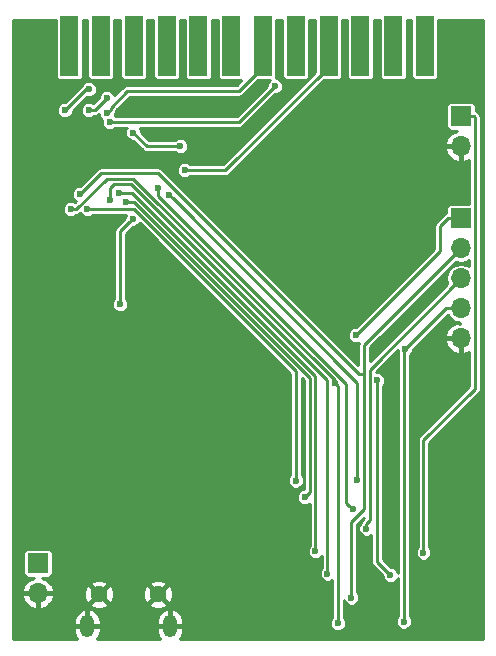
<source format=gbr>
G04 #@! TF.FileFunction,Copper,L2,Bot,Signal*
%FSLAX46Y46*%
G04 Gerber Fmt 4.6, Leading zero omitted, Abs format (unit mm)*
G04 Created by KiCad (PCBNEW 4.0.7) date Wednesday, 25 July 2018 'PMt' 18:47:02*
%MOMM*%
%LPD*%
G01*
G04 APERTURE LIST*
%ADD10C,0.100000*%
%ADD11C,0.600000*%
%ADD12R,1.524000X5.080000*%
%ADD13R,1.700000X1.700000*%
%ADD14O,1.700000X1.700000*%
%ADD15C,1.450000*%
%ADD16O,1.200000X1.900000*%
%ADD17C,0.250000*%
G04 APERTURE END LIST*
D10*
D11*
X152400000Y-92710000D03*
X156210000Y-96520000D03*
X162560000Y-96266000D03*
X163830000Y-122428000D03*
X164084000Y-116840000D03*
X162052000Y-116840000D03*
X169418000Y-116840000D03*
X169418000Y-129540000D03*
X169418000Y-127000000D03*
X169418000Y-124460000D03*
X169418000Y-121920000D03*
X169418000Y-119380000D03*
X163830000Y-94742000D03*
X166116000Y-93726000D03*
X167640000Y-92710000D03*
X165862000Y-91186000D03*
X164592000Y-92202000D03*
X164592000Y-89916000D03*
X162306000Y-100330000D03*
X140970000Y-125730000D03*
X143510000Y-125730000D03*
X142240000Y-124460000D03*
X160020000Y-130810000D03*
X164338000Y-128270000D03*
X162052000Y-123698000D03*
X160020000Y-128270000D03*
X160020000Y-125730000D03*
X148590000Y-86360000D03*
X146050000Y-86360000D03*
X167640000Y-109220000D03*
X165100000Y-109220000D03*
X165100000Y-106680000D03*
X161290000Y-106680000D03*
X160020000Y-102870000D03*
X158750000Y-101600000D03*
X158750000Y-104140000D03*
X165100000Y-96520000D03*
X160528000Y-93472000D03*
X161290000Y-91440000D03*
X160020000Y-90170000D03*
X160020000Y-87630000D03*
X158750000Y-88900000D03*
X157480000Y-90170000D03*
X154940000Y-90170000D03*
X156210000Y-88900000D03*
X157480000Y-87630000D03*
X168910000Y-81280000D03*
X167640000Y-82550000D03*
X168910000Y-83820000D03*
X167640000Y-85090000D03*
X165100000Y-85090000D03*
X162560000Y-85090000D03*
X160020000Y-85090000D03*
X158750000Y-86360000D03*
X157480000Y-85090000D03*
X156210000Y-86360000D03*
X154940000Y-87630000D03*
X153670000Y-88900000D03*
X152400000Y-90170000D03*
X151130000Y-91440000D03*
X157480000Y-100330000D03*
X156210000Y-99060000D03*
X154940000Y-97790000D03*
X153670000Y-96520000D03*
X152400000Y-95250000D03*
X151130000Y-93980000D03*
X149860000Y-92710000D03*
X149860000Y-95250000D03*
X151130000Y-96520000D03*
X152400000Y-97790000D03*
X153670000Y-99060000D03*
X154940000Y-100330000D03*
X156210000Y-101600000D03*
X157480000Y-102870000D03*
X157480000Y-105410000D03*
X156210000Y-104140000D03*
X154940000Y-102870000D03*
X153670000Y-101600000D03*
X152400000Y-100330000D03*
X151130000Y-99060000D03*
X149860000Y-97790000D03*
X148590000Y-96520000D03*
X148590000Y-93980000D03*
X147320000Y-95250000D03*
X147320000Y-92710000D03*
X146050000Y-93980000D03*
X151130000Y-107950000D03*
X149860000Y-106680000D03*
X149860000Y-109220000D03*
X147320000Y-109220000D03*
X148590000Y-107950000D03*
X147320000Y-106680000D03*
X148590000Y-105410000D03*
X147320000Y-104140000D03*
X146050000Y-107950000D03*
X146050000Y-105410000D03*
X144780000Y-104140000D03*
X143510000Y-105410000D03*
X144780000Y-106680000D03*
X143510000Y-107950000D03*
X144780000Y-109220000D03*
X146050000Y-130810000D03*
X147320000Y-125730000D03*
X148590000Y-124460000D03*
X151130000Y-113030000D03*
X149860000Y-114300000D03*
X148590000Y-113030000D03*
X148590000Y-115570000D03*
X146050000Y-115570000D03*
X147320000Y-114300000D03*
X144780000Y-114300000D03*
X146050000Y-113030000D03*
X140970000Y-123190000D03*
X143510000Y-123190000D03*
X142240000Y-121920000D03*
X139700000Y-121920000D03*
X140970000Y-120650000D03*
X142240000Y-119380000D03*
X140970000Y-118110000D03*
X142240000Y-116840000D03*
X140970000Y-115570000D03*
X135890000Y-100330000D03*
X133350000Y-100330000D03*
X132080000Y-96520000D03*
X133350000Y-95250000D03*
X132080000Y-93980000D03*
X133350000Y-92710000D03*
X132080000Y-88900000D03*
X130810000Y-90170000D03*
X133350000Y-85090000D03*
X133350000Y-87630000D03*
X132080000Y-86360000D03*
X134620000Y-121920000D03*
X132080000Y-121920000D03*
X130810000Y-120650000D03*
X132080000Y-119380000D03*
X130810000Y-118110000D03*
X132080000Y-116840000D03*
X130810000Y-115570000D03*
X132080000Y-114300000D03*
X130810000Y-113030000D03*
X132080000Y-111760000D03*
X130810000Y-110490000D03*
X132080000Y-109220000D03*
X130810000Y-107950000D03*
X132080000Y-106680000D03*
X130810000Y-105410000D03*
X132080000Y-104140000D03*
X130810000Y-102870000D03*
X130810000Y-87630000D03*
X130810000Y-85090000D03*
D12*
X134747000Y-81407000D03*
X137414000Y-81407000D03*
X140208000Y-81407000D03*
X143002000Y-81407000D03*
X145669000Y-81407000D03*
X148463000Y-81407000D03*
X151130000Y-81407000D03*
X153924000Y-81407000D03*
X156718000Y-81407000D03*
X159385000Y-81407000D03*
X162179000Y-81407000D03*
X164846000Y-81407000D03*
D13*
X167894000Y-96012000D03*
D14*
X167894000Y-98552000D03*
X167894000Y-101092000D03*
X167894000Y-103632000D03*
X167894000Y-106172000D03*
D13*
X167894000Y-87376000D03*
D14*
X167894000Y-89916000D03*
D13*
X132080000Y-125222000D03*
D14*
X132080000Y-127762000D03*
D15*
X137256900Y-127856000D03*
X142256900Y-127856000D03*
D16*
X136256900Y-130556000D03*
X143256900Y-130556000D03*
D11*
X130810000Y-82550000D03*
X140144500Y-88773000D03*
X144145000Y-89916000D03*
X136398000Y-85090000D03*
X134366006Y-86868000D03*
X136398002Y-86868000D03*
X137922000Y-85852000D03*
X138176000Y-87884000D03*
X152146000Y-84836000D03*
X137922000Y-87122000D03*
X157226000Y-109982000D03*
X159004000Y-105918000D03*
X134874000Y-95250000D03*
X157480000Y-130302000D03*
X135636000Y-93980000D03*
X158623000Y-128143000D03*
X160782004Y-109728000D03*
X161925000Y-126238000D03*
X163195000Y-107061000D03*
X163068000Y-130175000D03*
X159883010Y-122301000D03*
X143195051Y-94040949D03*
X159070053Y-118176049D03*
X153924006Y-118237000D03*
X136271000Y-95250000D03*
X140110888Y-96045253D03*
X139038581Y-103288081D03*
X144526000Y-91948000D03*
X164719000Y-124333000D03*
X156591000Y-126111000D03*
X138176000Y-94488000D03*
X138937998Y-93853000D03*
X155575000Y-124206000D03*
X158750000Y-120649996D03*
X142240000Y-93472000D03*
X154686000Y-119634000D03*
X139563010Y-94615000D03*
D17*
X144145000Y-89916000D02*
X141287500Y-89916000D01*
X141287500Y-89916000D02*
X140144500Y-88773000D01*
X136144006Y-85090000D02*
X136398000Y-85090000D01*
X134366006Y-86868000D02*
X136144006Y-85090000D01*
X136906000Y-86868000D02*
X136398002Y-86868000D01*
X137922000Y-85852000D02*
X136906000Y-86868000D01*
X152146000Y-84836000D02*
X149098000Y-87884000D01*
X149098000Y-87884000D02*
X138176000Y-87884000D01*
X138221999Y-86822001D02*
X137922000Y-87122000D01*
X138221999Y-86651737D02*
X138221999Y-86822001D01*
X139656736Y-85217000D02*
X138221999Y-86651737D01*
X151130000Y-83185000D02*
X149098000Y-85217000D01*
X149098000Y-85217000D02*
X139656736Y-85217000D01*
X151130000Y-81407000D02*
X151130000Y-83185000D01*
X157480000Y-130302000D02*
X157480000Y-110236000D01*
X157480000Y-110236000D02*
X157226000Y-109982000D01*
X140146169Y-92650990D02*
X157226000Y-109730821D01*
X157226000Y-109730821D02*
X157226000Y-109982000D01*
X135298264Y-95250000D02*
X137897274Y-92650990D01*
X137897274Y-92650990D02*
X140146169Y-92650990D01*
X134874000Y-95250000D02*
X135298264Y-95250000D01*
X166116000Y-96690000D02*
X166116000Y-98806000D01*
X166116000Y-98806000D02*
X159004000Y-105918000D01*
X167894000Y-96012000D02*
X166794000Y-96012000D01*
X166794000Y-96012000D02*
X166116000Y-96690000D01*
X159706988Y-120618017D02*
X158623000Y-121702005D01*
X158623000Y-127718736D02*
X158623000Y-128143000D01*
X158623000Y-121702005D02*
X158623000Y-127718736D01*
X159706988Y-109220000D02*
X159706988Y-120618017D01*
X159258000Y-109220000D02*
X142238980Y-92200980D01*
X142238980Y-92200980D02*
X137415020Y-92200980D01*
X137415020Y-92200980D02*
X135636000Y-93980000D01*
X159706988Y-109220000D02*
X159258000Y-109220000D01*
X159706988Y-106739012D02*
X159706988Y-109220000D01*
X159766000Y-106680000D02*
X159706988Y-106739012D01*
X167894000Y-98552000D02*
X159766000Y-106680000D01*
X160782004Y-125095004D02*
X160782004Y-109728000D01*
X161925000Y-126238000D02*
X160782004Y-125095004D01*
X163195000Y-107061000D02*
X166624000Y-103632000D01*
X166624000Y-103632000D02*
X167894000Y-103632000D01*
X163068000Y-130175000D02*
X163068000Y-107188000D01*
X163068000Y-107188000D02*
X163195000Y-107061000D01*
X159883010Y-121876736D02*
X159883010Y-122301000D01*
X160156995Y-108829005D02*
X160156995Y-121602751D01*
X167894000Y-101092000D02*
X160156995Y-108829005D01*
X160156995Y-121602751D02*
X159883010Y-121876736D01*
X159121002Y-117700836D02*
X159121002Y-109966900D01*
X159070053Y-117751785D02*
X159121002Y-117700836D01*
X159070053Y-118176049D02*
X159070053Y-117751785D01*
X159121002Y-109966900D02*
X143495050Y-94340948D01*
X143495050Y-94340948D02*
X143195051Y-94040949D01*
X153924006Y-117812736D02*
X153924006Y-118237000D01*
X140199534Y-95250000D02*
X153924006Y-108974472D01*
X153924006Y-108974472D02*
X153924006Y-117812736D01*
X136271000Y-95250000D02*
X140199534Y-95250000D01*
X139810889Y-96345252D02*
X140110888Y-96045253D01*
X139038581Y-97117560D02*
X139810889Y-96345252D01*
X139038581Y-103288081D02*
X139038581Y-97117560D01*
X156718000Y-81407000D02*
X156718000Y-83185000D01*
X156718000Y-83185000D02*
X147955000Y-91948000D01*
X147955000Y-91948000D02*
X144526000Y-91948000D01*
X164719000Y-124333000D02*
X164719000Y-114810820D01*
X164719000Y-114810820D02*
X169069001Y-110460819D01*
X169069001Y-110460819D02*
X169069001Y-87451001D01*
X169069001Y-87451001D02*
X168994000Y-87376000D01*
X168994000Y-87376000D02*
X167894000Y-87376000D01*
X156591000Y-125686736D02*
X156591000Y-126111000D01*
X139959768Y-93101001D02*
X156591000Y-109732233D01*
X156591000Y-109732233D02*
X156591000Y-125686736D01*
X138510997Y-93101001D02*
X139959768Y-93101001D01*
X138176000Y-94488000D02*
X138176000Y-93435998D01*
X138176000Y-93435998D02*
X138510997Y-93101001D01*
X140075357Y-93853000D02*
X139362262Y-93853000D01*
X155575000Y-109352643D02*
X140075357Y-93853000D01*
X155575000Y-124206000D02*
X155575000Y-109352643D01*
X139362262Y-93853000D02*
X138937998Y-93853000D01*
X158450001Y-120349997D02*
X158750000Y-120649996D01*
X158195993Y-120095989D02*
X158450001Y-120349997D01*
X158195993Y-110064403D02*
X158195993Y-120095989D01*
X142240000Y-94108410D02*
X158195993Y-110064403D01*
X142240000Y-93472000D02*
X142240000Y-94108410D01*
X154686000Y-119634000D02*
X155124990Y-119195010D01*
X139987274Y-94615000D02*
X139563010Y-94615000D01*
X155124990Y-119195010D02*
X155124990Y-109539043D01*
X140200947Y-94615000D02*
X139987274Y-94615000D01*
X155124990Y-109539043D02*
X140200947Y-94615000D01*
G36*
X133602654Y-83947000D02*
X133628802Y-84085966D01*
X133710931Y-84213599D01*
X133836246Y-84299223D01*
X133985000Y-84329346D01*
X135509000Y-84329346D01*
X135647966Y-84303198D01*
X135775599Y-84221069D01*
X135861223Y-84095754D01*
X135891346Y-83947000D01*
X135891346Y-79190000D01*
X136269654Y-79190000D01*
X136269654Y-83947000D01*
X136295802Y-84085966D01*
X136377931Y-84213599D01*
X136503246Y-84299223D01*
X136652000Y-84329346D01*
X138176000Y-84329346D01*
X138314966Y-84303198D01*
X138442599Y-84221069D01*
X138528223Y-84095754D01*
X138558346Y-83947000D01*
X138558346Y-79190000D01*
X139063654Y-79190000D01*
X139063654Y-83947000D01*
X139089802Y-84085966D01*
X139171931Y-84213599D01*
X139297246Y-84299223D01*
X139446000Y-84329346D01*
X140970000Y-84329346D01*
X141108966Y-84303198D01*
X141236599Y-84221069D01*
X141322223Y-84095754D01*
X141352346Y-83947000D01*
X141352346Y-79190000D01*
X141857654Y-79190000D01*
X141857654Y-83947000D01*
X141883802Y-84085966D01*
X141965931Y-84213599D01*
X142091246Y-84299223D01*
X142240000Y-84329346D01*
X143764000Y-84329346D01*
X143902966Y-84303198D01*
X144030599Y-84221069D01*
X144116223Y-84095754D01*
X144146346Y-83947000D01*
X144146346Y-79190000D01*
X144524654Y-79190000D01*
X144524654Y-83947000D01*
X144550802Y-84085966D01*
X144632931Y-84213599D01*
X144758246Y-84299223D01*
X144907000Y-84329346D01*
X146431000Y-84329346D01*
X146569966Y-84303198D01*
X146697599Y-84221069D01*
X146783223Y-84095754D01*
X146813346Y-83947000D01*
X146813346Y-79190000D01*
X147318654Y-79190000D01*
X147318654Y-83947000D01*
X147344802Y-84085966D01*
X147426931Y-84213599D01*
X147552246Y-84299223D01*
X147701000Y-84329346D01*
X149225000Y-84329346D01*
X149290959Y-84316935D01*
X148890894Y-84717000D01*
X139656736Y-84717000D01*
X139465394Y-84755060D01*
X139400422Y-84798474D01*
X139303183Y-84863446D01*
X138553607Y-85613022D01*
X138494571Y-85470143D01*
X138304856Y-85280097D01*
X138056855Y-85177117D01*
X137788323Y-85176883D01*
X137540143Y-85279429D01*
X137350097Y-85469144D01*
X137247117Y-85717145D01*
X137247027Y-85819867D01*
X136773749Y-86293145D01*
X136532857Y-86193117D01*
X136264325Y-86192883D01*
X136016145Y-86295429D01*
X135826099Y-86485144D01*
X135723119Y-86733145D01*
X135722885Y-87001677D01*
X135825431Y-87249857D01*
X136015146Y-87439903D01*
X136263147Y-87542883D01*
X136531679Y-87543117D01*
X136779859Y-87440571D01*
X136852557Y-87368000D01*
X136906000Y-87368000D01*
X137097342Y-87329940D01*
X137246905Y-87230004D01*
X137246883Y-87255677D01*
X137349429Y-87503857D01*
X137528488Y-87683229D01*
X137501117Y-87749145D01*
X137500883Y-88017677D01*
X137603429Y-88265857D01*
X137793144Y-88455903D01*
X138041145Y-88558883D01*
X138309677Y-88559117D01*
X138557857Y-88456571D01*
X138630555Y-88384000D01*
X139578752Y-88384000D01*
X139572597Y-88390144D01*
X139469617Y-88638145D01*
X139469383Y-88906677D01*
X139571929Y-89154857D01*
X139761644Y-89344903D01*
X140009645Y-89447883D01*
X140112367Y-89447973D01*
X140933947Y-90269553D01*
X141096158Y-90377940D01*
X141287500Y-90416000D01*
X143690366Y-90416000D01*
X143762144Y-90487903D01*
X144010145Y-90590883D01*
X144278677Y-90591117D01*
X144526857Y-90488571D01*
X144716903Y-90298856D01*
X144819883Y-90050855D01*
X144820117Y-89782323D01*
X144717571Y-89534143D01*
X144527856Y-89344097D01*
X144279855Y-89241117D01*
X144011323Y-89240883D01*
X143763143Y-89343429D01*
X143690445Y-89416000D01*
X141494606Y-89416000D01*
X140819528Y-88740922D01*
X140819617Y-88639323D01*
X140717071Y-88391143D01*
X140709940Y-88384000D01*
X149098000Y-88384000D01*
X149289342Y-88345940D01*
X149451553Y-88237553D01*
X152178078Y-85511028D01*
X152279677Y-85511117D01*
X152527857Y-85408571D01*
X152717903Y-85218856D01*
X152820883Y-84970855D01*
X152821117Y-84702323D01*
X152718571Y-84454143D01*
X152528856Y-84264097D01*
X152280855Y-84161117D01*
X152199611Y-84161046D01*
X152244223Y-84095754D01*
X152274346Y-83947000D01*
X152274346Y-79190000D01*
X152779654Y-79190000D01*
X152779654Y-83947000D01*
X152805802Y-84085966D01*
X152887931Y-84213599D01*
X153013246Y-84299223D01*
X153162000Y-84329346D01*
X154686000Y-84329346D01*
X154824966Y-84303198D01*
X154952599Y-84221069D01*
X155038223Y-84095754D01*
X155068346Y-83947000D01*
X155068346Y-79190000D01*
X155573654Y-79190000D01*
X155573654Y-83622239D01*
X147747894Y-91448000D01*
X144980634Y-91448000D01*
X144908856Y-91376097D01*
X144660855Y-91273117D01*
X144392323Y-91272883D01*
X144144143Y-91375429D01*
X143954097Y-91565144D01*
X143851117Y-91813145D01*
X143850883Y-92081677D01*
X143953429Y-92329857D01*
X144143144Y-92519903D01*
X144391145Y-92622883D01*
X144659677Y-92623117D01*
X144907857Y-92520571D01*
X144980555Y-92448000D01*
X147955000Y-92448000D01*
X148146342Y-92409940D01*
X148308553Y-92301553D01*
X150405252Y-90204854D01*
X166549683Y-90204854D01*
X166739169Y-90662328D01*
X167112683Y-91047452D01*
X167605145Y-91260323D01*
X167819000Y-91157709D01*
X167819000Y-89991000D01*
X166652513Y-89991000D01*
X166549683Y-90204854D01*
X150405252Y-90204854D01*
X156280761Y-84329346D01*
X157480000Y-84329346D01*
X157618966Y-84303198D01*
X157746599Y-84221069D01*
X157832223Y-84095754D01*
X157862346Y-83947000D01*
X157862346Y-79190000D01*
X158240654Y-79190000D01*
X158240654Y-83947000D01*
X158266802Y-84085966D01*
X158348931Y-84213599D01*
X158474246Y-84299223D01*
X158623000Y-84329346D01*
X160147000Y-84329346D01*
X160285966Y-84303198D01*
X160413599Y-84221069D01*
X160499223Y-84095754D01*
X160529346Y-83947000D01*
X160529346Y-79190000D01*
X161034654Y-79190000D01*
X161034654Y-83947000D01*
X161060802Y-84085966D01*
X161142931Y-84213599D01*
X161268246Y-84299223D01*
X161417000Y-84329346D01*
X162941000Y-84329346D01*
X163079966Y-84303198D01*
X163207599Y-84221069D01*
X163293223Y-84095754D01*
X163323346Y-83947000D01*
X163323346Y-79190000D01*
X163701654Y-79190000D01*
X163701654Y-83947000D01*
X163727802Y-84085966D01*
X163809931Y-84213599D01*
X163935246Y-84299223D01*
X164084000Y-84329346D01*
X165608000Y-84329346D01*
X165746966Y-84303198D01*
X165874599Y-84221069D01*
X165960223Y-84095754D01*
X165990346Y-83947000D01*
X165990346Y-79190000D01*
X169730000Y-79190000D01*
X169730000Y-131630000D01*
X144095137Y-131630000D01*
X144267563Y-131405810D01*
X144381900Y-130981000D01*
X144381900Y-130631000D01*
X143331900Y-130631000D01*
X143331900Y-130651000D01*
X143181900Y-130651000D01*
X143181900Y-130631000D01*
X142131900Y-130631000D01*
X142131900Y-130981000D01*
X142246237Y-131405810D01*
X142418663Y-131630000D01*
X137095137Y-131630000D01*
X137267563Y-131405810D01*
X137381900Y-130981000D01*
X137381900Y-130631000D01*
X136331900Y-130631000D01*
X136331900Y-130651000D01*
X136181900Y-130651000D01*
X136181900Y-130631000D01*
X135131900Y-130631000D01*
X135131900Y-130981000D01*
X135246237Y-131405810D01*
X135418663Y-131630000D01*
X129990000Y-131630000D01*
X129990000Y-130131000D01*
X135131900Y-130131000D01*
X135131900Y-130481000D01*
X136181900Y-130481000D01*
X136181900Y-129215084D01*
X136331900Y-129215084D01*
X136331900Y-130481000D01*
X137381900Y-130481000D01*
X137381900Y-130131000D01*
X142131900Y-130131000D01*
X142131900Y-130481000D01*
X143181900Y-130481000D01*
X143181900Y-129215084D01*
X143331900Y-129215084D01*
X143331900Y-130481000D01*
X144381900Y-130481000D01*
X144381900Y-130131000D01*
X144267563Y-129706190D01*
X143999362Y-129357472D01*
X143618128Y-129137934D01*
X143506574Y-129109055D01*
X143331900Y-129215084D01*
X143181900Y-129215084D01*
X143007226Y-129109055D01*
X142895672Y-129137934D01*
X142514438Y-129357472D01*
X142246237Y-129706190D01*
X142131900Y-130131000D01*
X137381900Y-130131000D01*
X137267563Y-129706190D01*
X136999362Y-129357472D01*
X136618128Y-129137934D01*
X136506574Y-129109055D01*
X136331900Y-129215084D01*
X136181900Y-129215084D01*
X136007226Y-129109055D01*
X135895672Y-129137934D01*
X135514438Y-129357472D01*
X135246237Y-129706190D01*
X135131900Y-130131000D01*
X129990000Y-130131000D01*
X129990000Y-128050854D01*
X130735683Y-128050854D01*
X130925169Y-128508328D01*
X131298683Y-128893452D01*
X131791145Y-129106323D01*
X132005000Y-129003709D01*
X132005000Y-127837000D01*
X132155000Y-127837000D01*
X132155000Y-129003709D01*
X132368855Y-129106323D01*
X132861317Y-128893452D01*
X133033726Y-128715683D01*
X136503283Y-128715683D01*
X136569748Y-128929380D01*
X137032820Y-129110636D01*
X137530006Y-129100884D01*
X137944052Y-128929380D01*
X138010517Y-128715683D01*
X141503283Y-128715683D01*
X141569748Y-128929380D01*
X142032820Y-129110636D01*
X142530006Y-129100884D01*
X142944052Y-128929380D01*
X143010517Y-128715683D01*
X142256900Y-127962066D01*
X141503283Y-128715683D01*
X138010517Y-128715683D01*
X137256900Y-127962066D01*
X136503283Y-128715683D01*
X133033726Y-128715683D01*
X133234831Y-128508328D01*
X133424317Y-128050854D01*
X133321487Y-127837000D01*
X132155000Y-127837000D01*
X132005000Y-127837000D01*
X130838513Y-127837000D01*
X130735683Y-128050854D01*
X129990000Y-128050854D01*
X129990000Y-127473146D01*
X130735683Y-127473146D01*
X130838513Y-127687000D01*
X132005000Y-127687000D01*
X132005000Y-127667000D01*
X132155000Y-127667000D01*
X132155000Y-127687000D01*
X133321487Y-127687000D01*
X133347971Y-127631920D01*
X136002264Y-127631920D01*
X136012016Y-128129106D01*
X136183520Y-128543152D01*
X136397217Y-128609617D01*
X137150834Y-127856000D01*
X137362966Y-127856000D01*
X138116583Y-128609617D01*
X138330280Y-128543152D01*
X138511536Y-128080080D01*
X138502746Y-127631920D01*
X141002264Y-127631920D01*
X141012016Y-128129106D01*
X141183520Y-128543152D01*
X141397217Y-128609617D01*
X142150834Y-127856000D01*
X142362966Y-127856000D01*
X143116583Y-128609617D01*
X143330280Y-128543152D01*
X143511536Y-128080080D01*
X143501784Y-127582894D01*
X143330280Y-127168848D01*
X143116583Y-127102383D01*
X142362966Y-127856000D01*
X142150834Y-127856000D01*
X141397217Y-127102383D01*
X141183520Y-127168848D01*
X141002264Y-127631920D01*
X138502746Y-127631920D01*
X138501784Y-127582894D01*
X138330280Y-127168848D01*
X138116583Y-127102383D01*
X137362966Y-127856000D01*
X137150834Y-127856000D01*
X136397217Y-127102383D01*
X136183520Y-127168848D01*
X136002264Y-127631920D01*
X133347971Y-127631920D01*
X133424317Y-127473146D01*
X133234831Y-127015672D01*
X133216060Y-126996317D01*
X136503283Y-126996317D01*
X137256900Y-127749934D01*
X138010517Y-126996317D01*
X141503283Y-126996317D01*
X142256900Y-127749934D01*
X143010517Y-126996317D01*
X142944052Y-126782620D01*
X142480980Y-126601364D01*
X141983794Y-126611116D01*
X141569748Y-126782620D01*
X141503283Y-126996317D01*
X138010517Y-126996317D01*
X137944052Y-126782620D01*
X137480980Y-126601364D01*
X136983794Y-126611116D01*
X136569748Y-126782620D01*
X136503283Y-126996317D01*
X133216060Y-126996317D01*
X132861317Y-126630548D01*
X132453686Y-126454346D01*
X132930000Y-126454346D01*
X133068966Y-126428198D01*
X133196599Y-126346069D01*
X133282223Y-126220754D01*
X133312346Y-126072000D01*
X133312346Y-124372000D01*
X133286198Y-124233034D01*
X133204069Y-124105401D01*
X133078754Y-124019777D01*
X132930000Y-123989654D01*
X131230000Y-123989654D01*
X131091034Y-124015802D01*
X130963401Y-124097931D01*
X130877777Y-124223246D01*
X130847654Y-124372000D01*
X130847654Y-126072000D01*
X130873802Y-126210966D01*
X130955931Y-126338599D01*
X131081246Y-126424223D01*
X131230000Y-126454346D01*
X131706314Y-126454346D01*
X131298683Y-126630548D01*
X130925169Y-127015672D01*
X130735683Y-127473146D01*
X129990000Y-127473146D01*
X129990000Y-95383677D01*
X134198883Y-95383677D01*
X134301429Y-95631857D01*
X134491144Y-95821903D01*
X134739145Y-95924883D01*
X135007677Y-95925117D01*
X135255857Y-95822571D01*
X135336092Y-95742476D01*
X135489606Y-95711940D01*
X135651817Y-95603553D01*
X135676525Y-95578845D01*
X135698429Y-95631857D01*
X135888144Y-95821903D01*
X136136145Y-95924883D01*
X136404677Y-95925117D01*
X136652857Y-95822571D01*
X136725555Y-95750000D01*
X139502609Y-95750000D01*
X139436005Y-95910398D01*
X139435915Y-96013119D01*
X138685028Y-96764007D01*
X138576641Y-96926218D01*
X138538581Y-97117560D01*
X138538581Y-102833447D01*
X138466678Y-102905225D01*
X138363698Y-103153226D01*
X138363464Y-103421758D01*
X138466010Y-103669938D01*
X138655725Y-103859984D01*
X138903726Y-103962964D01*
X139172258Y-103963198D01*
X139420438Y-103860652D01*
X139610484Y-103670937D01*
X139713464Y-103422936D01*
X139713698Y-103154404D01*
X139611152Y-102906224D01*
X139538581Y-102833526D01*
X139538581Y-97324666D01*
X140142967Y-96720281D01*
X140244565Y-96720370D01*
X140492745Y-96617824D01*
X140676659Y-96434231D01*
X153424006Y-109181579D01*
X153424006Y-117782366D01*
X153352103Y-117854144D01*
X153249123Y-118102145D01*
X153248889Y-118370677D01*
X153351435Y-118618857D01*
X153541150Y-118808903D01*
X153789151Y-118911883D01*
X154057683Y-118912117D01*
X154305863Y-118809571D01*
X154495909Y-118619856D01*
X154598889Y-118371855D01*
X154599123Y-118103323D01*
X154496577Y-117855143D01*
X154424006Y-117782445D01*
X154424006Y-109545165D01*
X154624990Y-109746149D01*
X154624990Y-118958946D01*
X154552323Y-118958883D01*
X154304143Y-119061429D01*
X154114097Y-119251144D01*
X154011117Y-119499145D01*
X154010883Y-119767677D01*
X154113429Y-120015857D01*
X154303144Y-120205903D01*
X154551145Y-120308883D01*
X154819677Y-120309117D01*
X155067857Y-120206571D01*
X155075000Y-120199440D01*
X155075000Y-123751366D01*
X155003097Y-123823144D01*
X154900117Y-124071145D01*
X154899883Y-124339677D01*
X155002429Y-124587857D01*
X155192144Y-124777903D01*
X155440145Y-124880883D01*
X155708677Y-124881117D01*
X155956857Y-124778571D01*
X156091000Y-124644662D01*
X156091000Y-125656366D01*
X156019097Y-125728144D01*
X155916117Y-125976145D01*
X155915883Y-126244677D01*
X156018429Y-126492857D01*
X156208144Y-126682903D01*
X156456145Y-126785883D01*
X156724677Y-126786117D01*
X156972857Y-126683571D01*
X156980000Y-126676440D01*
X156980000Y-129847366D01*
X156908097Y-129919144D01*
X156805117Y-130167145D01*
X156804883Y-130435677D01*
X156907429Y-130683857D01*
X157097144Y-130873903D01*
X157345145Y-130976883D01*
X157613677Y-130977117D01*
X157861857Y-130874571D01*
X158051903Y-130684856D01*
X158154883Y-130436855D01*
X158155117Y-130168323D01*
X158052571Y-129920143D01*
X157980000Y-129847445D01*
X157980000Y-128354406D01*
X158050429Y-128524857D01*
X158240144Y-128714903D01*
X158488145Y-128817883D01*
X158756677Y-128818117D01*
X159004857Y-128715571D01*
X159194903Y-128525856D01*
X159297883Y-128277855D01*
X159298117Y-128009323D01*
X159195571Y-127761143D01*
X159123000Y-127688445D01*
X159123000Y-121909111D01*
X159656995Y-121375117D01*
X159656995Y-121395645D01*
X159529457Y-121523183D01*
X159421070Y-121685394D01*
X159390548Y-121838842D01*
X159311107Y-121918144D01*
X159208127Y-122166145D01*
X159207893Y-122434677D01*
X159310439Y-122682857D01*
X159500154Y-122872903D01*
X159748155Y-122975883D01*
X160016687Y-122976117D01*
X160264867Y-122873571D01*
X160282004Y-122856464D01*
X160282004Y-125095004D01*
X160307821Y-125224796D01*
X160320064Y-125286346D01*
X160428451Y-125448557D01*
X161249972Y-126270078D01*
X161249883Y-126371677D01*
X161352429Y-126619857D01*
X161542144Y-126809903D01*
X161790145Y-126912883D01*
X162058677Y-126913117D01*
X162306857Y-126810571D01*
X162496903Y-126620856D01*
X162568000Y-126449637D01*
X162568000Y-129720366D01*
X162496097Y-129792144D01*
X162393117Y-130040145D01*
X162392883Y-130308677D01*
X162495429Y-130556857D01*
X162685144Y-130746903D01*
X162933145Y-130849883D01*
X163201677Y-130850117D01*
X163449857Y-130747571D01*
X163639903Y-130557856D01*
X163742883Y-130309855D01*
X163743117Y-130041323D01*
X163640571Y-129793143D01*
X163568000Y-129720445D01*
X163568000Y-107637231D01*
X163576857Y-107633571D01*
X163766903Y-107443856D01*
X163869883Y-107195855D01*
X163869973Y-107093134D01*
X164502253Y-106460854D01*
X166549683Y-106460854D01*
X166739169Y-106918328D01*
X167112683Y-107303452D01*
X167605145Y-107516323D01*
X167819000Y-107413709D01*
X167819000Y-106247000D01*
X166652513Y-106247000D01*
X166549683Y-106460854D01*
X164502253Y-106460854D01*
X166787945Y-104175162D01*
X167003795Y-104498206D01*
X167401214Y-104763752D01*
X167818998Y-104846855D01*
X167818998Y-104930290D01*
X167605145Y-104827677D01*
X167112683Y-105040548D01*
X166739169Y-105425672D01*
X166549683Y-105883146D01*
X166652513Y-106097000D01*
X167819000Y-106097000D01*
X167819000Y-106077000D01*
X167969000Y-106077000D01*
X167969000Y-106097000D01*
X167989000Y-106097000D01*
X167989000Y-106247000D01*
X167969000Y-106247000D01*
X167969000Y-107413709D01*
X168182855Y-107516323D01*
X168569001Y-107349408D01*
X168569001Y-110253712D01*
X164365447Y-114457267D01*
X164257060Y-114619478D01*
X164219000Y-114810820D01*
X164219000Y-123878366D01*
X164147097Y-123950144D01*
X164044117Y-124198145D01*
X164043883Y-124466677D01*
X164146429Y-124714857D01*
X164336144Y-124904903D01*
X164584145Y-125007883D01*
X164852677Y-125008117D01*
X165100857Y-124905571D01*
X165290903Y-124715856D01*
X165393883Y-124467855D01*
X165394117Y-124199323D01*
X165291571Y-123951143D01*
X165219000Y-123878445D01*
X165219000Y-115017926D01*
X169422554Y-110814373D01*
X169530941Y-110652161D01*
X169548397Y-110564403D01*
X169569001Y-110460819D01*
X169569001Y-87451001D01*
X169530941Y-87259659D01*
X169497013Y-87208883D01*
X169422554Y-87097447D01*
X169347553Y-87022447D01*
X169185342Y-86914060D01*
X169126346Y-86902325D01*
X169126346Y-86526000D01*
X169100198Y-86387034D01*
X169018069Y-86259401D01*
X168892754Y-86173777D01*
X168744000Y-86143654D01*
X167044000Y-86143654D01*
X166905034Y-86169802D01*
X166777401Y-86251931D01*
X166691777Y-86377246D01*
X166661654Y-86526000D01*
X166661654Y-88226000D01*
X166687802Y-88364966D01*
X166769931Y-88492599D01*
X166895246Y-88578223D01*
X167044000Y-88608346D01*
X167520314Y-88608346D01*
X167112683Y-88784548D01*
X166739169Y-89169672D01*
X166549683Y-89627146D01*
X166652513Y-89841000D01*
X167819000Y-89841000D01*
X167819000Y-89821000D01*
X167969000Y-89821000D01*
X167969000Y-89841000D01*
X167989000Y-89841000D01*
X167989000Y-89991000D01*
X167969000Y-89991000D01*
X167969000Y-91157709D01*
X168182855Y-91260323D01*
X168569001Y-91093408D01*
X168569001Y-94779654D01*
X167044000Y-94779654D01*
X166905034Y-94805802D01*
X166777401Y-94887931D01*
X166691777Y-95013246D01*
X166661654Y-95162000D01*
X166661654Y-95538325D01*
X166602658Y-95550060D01*
X166440447Y-95658446D01*
X165762447Y-96336447D01*
X165654060Y-96498658D01*
X165616000Y-96690000D01*
X165616000Y-98598894D01*
X158971922Y-105242972D01*
X158870323Y-105242883D01*
X158622143Y-105345429D01*
X158432097Y-105535144D01*
X158329117Y-105783145D01*
X158328883Y-106051677D01*
X158431429Y-106299857D01*
X158621144Y-106489903D01*
X158869145Y-106592883D01*
X159137677Y-106593117D01*
X159244813Y-106548849D01*
X159206988Y-106739012D01*
X159206988Y-108461882D01*
X142592533Y-91847427D01*
X142430322Y-91739040D01*
X142238980Y-91700980D01*
X137415020Y-91700980D01*
X137223678Y-91739040D01*
X137061466Y-91847427D01*
X135603922Y-93304972D01*
X135502323Y-93304883D01*
X135254143Y-93407429D01*
X135064097Y-93597144D01*
X134961117Y-93845145D01*
X134960883Y-94113677D01*
X135063429Y-94361857D01*
X135253144Y-94551903D01*
X135278660Y-94562498D01*
X135190581Y-94650577D01*
X135008855Y-94575117D01*
X134740323Y-94574883D01*
X134492143Y-94677429D01*
X134302097Y-94867144D01*
X134199117Y-95115145D01*
X134198883Y-95383677D01*
X129990000Y-95383677D01*
X129990000Y-87001677D01*
X133690889Y-87001677D01*
X133793435Y-87249857D01*
X133983150Y-87439903D01*
X134231151Y-87542883D01*
X134499683Y-87543117D01*
X134747863Y-87440571D01*
X134937909Y-87250856D01*
X135040889Y-87002855D01*
X135040979Y-86900134D01*
X136201731Y-85739382D01*
X136263145Y-85764883D01*
X136531677Y-85765117D01*
X136779857Y-85662571D01*
X136969903Y-85472856D01*
X137072883Y-85224855D01*
X137073117Y-84956323D01*
X136970571Y-84708143D01*
X136780856Y-84518097D01*
X136532855Y-84415117D01*
X136264323Y-84414883D01*
X136016143Y-84517429D01*
X135826097Y-84707144D01*
X135822944Y-84714736D01*
X135790453Y-84736446D01*
X134333928Y-86192972D01*
X134232329Y-86192883D01*
X133984149Y-86295429D01*
X133794103Y-86485144D01*
X133691123Y-86733145D01*
X133690889Y-87001677D01*
X129990000Y-87001677D01*
X129990000Y-79190000D01*
X133602654Y-79190000D01*
X133602654Y-83947000D01*
X133602654Y-83947000D01*
G37*
X133602654Y-83947000D02*
X133628802Y-84085966D01*
X133710931Y-84213599D01*
X133836246Y-84299223D01*
X133985000Y-84329346D01*
X135509000Y-84329346D01*
X135647966Y-84303198D01*
X135775599Y-84221069D01*
X135861223Y-84095754D01*
X135891346Y-83947000D01*
X135891346Y-79190000D01*
X136269654Y-79190000D01*
X136269654Y-83947000D01*
X136295802Y-84085966D01*
X136377931Y-84213599D01*
X136503246Y-84299223D01*
X136652000Y-84329346D01*
X138176000Y-84329346D01*
X138314966Y-84303198D01*
X138442599Y-84221069D01*
X138528223Y-84095754D01*
X138558346Y-83947000D01*
X138558346Y-79190000D01*
X139063654Y-79190000D01*
X139063654Y-83947000D01*
X139089802Y-84085966D01*
X139171931Y-84213599D01*
X139297246Y-84299223D01*
X139446000Y-84329346D01*
X140970000Y-84329346D01*
X141108966Y-84303198D01*
X141236599Y-84221069D01*
X141322223Y-84095754D01*
X141352346Y-83947000D01*
X141352346Y-79190000D01*
X141857654Y-79190000D01*
X141857654Y-83947000D01*
X141883802Y-84085966D01*
X141965931Y-84213599D01*
X142091246Y-84299223D01*
X142240000Y-84329346D01*
X143764000Y-84329346D01*
X143902966Y-84303198D01*
X144030599Y-84221069D01*
X144116223Y-84095754D01*
X144146346Y-83947000D01*
X144146346Y-79190000D01*
X144524654Y-79190000D01*
X144524654Y-83947000D01*
X144550802Y-84085966D01*
X144632931Y-84213599D01*
X144758246Y-84299223D01*
X144907000Y-84329346D01*
X146431000Y-84329346D01*
X146569966Y-84303198D01*
X146697599Y-84221069D01*
X146783223Y-84095754D01*
X146813346Y-83947000D01*
X146813346Y-79190000D01*
X147318654Y-79190000D01*
X147318654Y-83947000D01*
X147344802Y-84085966D01*
X147426931Y-84213599D01*
X147552246Y-84299223D01*
X147701000Y-84329346D01*
X149225000Y-84329346D01*
X149290959Y-84316935D01*
X148890894Y-84717000D01*
X139656736Y-84717000D01*
X139465394Y-84755060D01*
X139400422Y-84798474D01*
X139303183Y-84863446D01*
X138553607Y-85613022D01*
X138494571Y-85470143D01*
X138304856Y-85280097D01*
X138056855Y-85177117D01*
X137788323Y-85176883D01*
X137540143Y-85279429D01*
X137350097Y-85469144D01*
X137247117Y-85717145D01*
X137247027Y-85819867D01*
X136773749Y-86293145D01*
X136532857Y-86193117D01*
X136264325Y-86192883D01*
X136016145Y-86295429D01*
X135826099Y-86485144D01*
X135723119Y-86733145D01*
X135722885Y-87001677D01*
X135825431Y-87249857D01*
X136015146Y-87439903D01*
X136263147Y-87542883D01*
X136531679Y-87543117D01*
X136779859Y-87440571D01*
X136852557Y-87368000D01*
X136906000Y-87368000D01*
X137097342Y-87329940D01*
X137246905Y-87230004D01*
X137246883Y-87255677D01*
X137349429Y-87503857D01*
X137528488Y-87683229D01*
X137501117Y-87749145D01*
X137500883Y-88017677D01*
X137603429Y-88265857D01*
X137793144Y-88455903D01*
X138041145Y-88558883D01*
X138309677Y-88559117D01*
X138557857Y-88456571D01*
X138630555Y-88384000D01*
X139578752Y-88384000D01*
X139572597Y-88390144D01*
X139469617Y-88638145D01*
X139469383Y-88906677D01*
X139571929Y-89154857D01*
X139761644Y-89344903D01*
X140009645Y-89447883D01*
X140112367Y-89447973D01*
X140933947Y-90269553D01*
X141096158Y-90377940D01*
X141287500Y-90416000D01*
X143690366Y-90416000D01*
X143762144Y-90487903D01*
X144010145Y-90590883D01*
X144278677Y-90591117D01*
X144526857Y-90488571D01*
X144716903Y-90298856D01*
X144819883Y-90050855D01*
X144820117Y-89782323D01*
X144717571Y-89534143D01*
X144527856Y-89344097D01*
X144279855Y-89241117D01*
X144011323Y-89240883D01*
X143763143Y-89343429D01*
X143690445Y-89416000D01*
X141494606Y-89416000D01*
X140819528Y-88740922D01*
X140819617Y-88639323D01*
X140717071Y-88391143D01*
X140709940Y-88384000D01*
X149098000Y-88384000D01*
X149289342Y-88345940D01*
X149451553Y-88237553D01*
X152178078Y-85511028D01*
X152279677Y-85511117D01*
X152527857Y-85408571D01*
X152717903Y-85218856D01*
X152820883Y-84970855D01*
X152821117Y-84702323D01*
X152718571Y-84454143D01*
X152528856Y-84264097D01*
X152280855Y-84161117D01*
X152199611Y-84161046D01*
X152244223Y-84095754D01*
X152274346Y-83947000D01*
X152274346Y-79190000D01*
X152779654Y-79190000D01*
X152779654Y-83947000D01*
X152805802Y-84085966D01*
X152887931Y-84213599D01*
X153013246Y-84299223D01*
X153162000Y-84329346D01*
X154686000Y-84329346D01*
X154824966Y-84303198D01*
X154952599Y-84221069D01*
X155038223Y-84095754D01*
X155068346Y-83947000D01*
X155068346Y-79190000D01*
X155573654Y-79190000D01*
X155573654Y-83622239D01*
X147747894Y-91448000D01*
X144980634Y-91448000D01*
X144908856Y-91376097D01*
X144660855Y-91273117D01*
X144392323Y-91272883D01*
X144144143Y-91375429D01*
X143954097Y-91565144D01*
X143851117Y-91813145D01*
X143850883Y-92081677D01*
X143953429Y-92329857D01*
X144143144Y-92519903D01*
X144391145Y-92622883D01*
X144659677Y-92623117D01*
X144907857Y-92520571D01*
X144980555Y-92448000D01*
X147955000Y-92448000D01*
X148146342Y-92409940D01*
X148308553Y-92301553D01*
X150405252Y-90204854D01*
X166549683Y-90204854D01*
X166739169Y-90662328D01*
X167112683Y-91047452D01*
X167605145Y-91260323D01*
X167819000Y-91157709D01*
X167819000Y-89991000D01*
X166652513Y-89991000D01*
X166549683Y-90204854D01*
X150405252Y-90204854D01*
X156280761Y-84329346D01*
X157480000Y-84329346D01*
X157618966Y-84303198D01*
X157746599Y-84221069D01*
X157832223Y-84095754D01*
X157862346Y-83947000D01*
X157862346Y-79190000D01*
X158240654Y-79190000D01*
X158240654Y-83947000D01*
X158266802Y-84085966D01*
X158348931Y-84213599D01*
X158474246Y-84299223D01*
X158623000Y-84329346D01*
X160147000Y-84329346D01*
X160285966Y-84303198D01*
X160413599Y-84221069D01*
X160499223Y-84095754D01*
X160529346Y-83947000D01*
X160529346Y-79190000D01*
X161034654Y-79190000D01*
X161034654Y-83947000D01*
X161060802Y-84085966D01*
X161142931Y-84213599D01*
X161268246Y-84299223D01*
X161417000Y-84329346D01*
X162941000Y-84329346D01*
X163079966Y-84303198D01*
X163207599Y-84221069D01*
X163293223Y-84095754D01*
X163323346Y-83947000D01*
X163323346Y-79190000D01*
X163701654Y-79190000D01*
X163701654Y-83947000D01*
X163727802Y-84085966D01*
X163809931Y-84213599D01*
X163935246Y-84299223D01*
X164084000Y-84329346D01*
X165608000Y-84329346D01*
X165746966Y-84303198D01*
X165874599Y-84221069D01*
X165960223Y-84095754D01*
X165990346Y-83947000D01*
X165990346Y-79190000D01*
X169730000Y-79190000D01*
X169730000Y-131630000D01*
X144095137Y-131630000D01*
X144267563Y-131405810D01*
X144381900Y-130981000D01*
X144381900Y-130631000D01*
X143331900Y-130631000D01*
X143331900Y-130651000D01*
X143181900Y-130651000D01*
X143181900Y-130631000D01*
X142131900Y-130631000D01*
X142131900Y-130981000D01*
X142246237Y-131405810D01*
X142418663Y-131630000D01*
X137095137Y-131630000D01*
X137267563Y-131405810D01*
X137381900Y-130981000D01*
X137381900Y-130631000D01*
X136331900Y-130631000D01*
X136331900Y-130651000D01*
X136181900Y-130651000D01*
X136181900Y-130631000D01*
X135131900Y-130631000D01*
X135131900Y-130981000D01*
X135246237Y-131405810D01*
X135418663Y-131630000D01*
X129990000Y-131630000D01*
X129990000Y-130131000D01*
X135131900Y-130131000D01*
X135131900Y-130481000D01*
X136181900Y-130481000D01*
X136181900Y-129215084D01*
X136331900Y-129215084D01*
X136331900Y-130481000D01*
X137381900Y-130481000D01*
X137381900Y-130131000D01*
X142131900Y-130131000D01*
X142131900Y-130481000D01*
X143181900Y-130481000D01*
X143181900Y-129215084D01*
X143331900Y-129215084D01*
X143331900Y-130481000D01*
X144381900Y-130481000D01*
X144381900Y-130131000D01*
X144267563Y-129706190D01*
X143999362Y-129357472D01*
X143618128Y-129137934D01*
X143506574Y-129109055D01*
X143331900Y-129215084D01*
X143181900Y-129215084D01*
X143007226Y-129109055D01*
X142895672Y-129137934D01*
X142514438Y-129357472D01*
X142246237Y-129706190D01*
X142131900Y-130131000D01*
X137381900Y-130131000D01*
X137267563Y-129706190D01*
X136999362Y-129357472D01*
X136618128Y-129137934D01*
X136506574Y-129109055D01*
X136331900Y-129215084D01*
X136181900Y-129215084D01*
X136007226Y-129109055D01*
X135895672Y-129137934D01*
X135514438Y-129357472D01*
X135246237Y-129706190D01*
X135131900Y-130131000D01*
X129990000Y-130131000D01*
X129990000Y-128050854D01*
X130735683Y-128050854D01*
X130925169Y-128508328D01*
X131298683Y-128893452D01*
X131791145Y-129106323D01*
X132005000Y-129003709D01*
X132005000Y-127837000D01*
X132155000Y-127837000D01*
X132155000Y-129003709D01*
X132368855Y-129106323D01*
X132861317Y-128893452D01*
X133033726Y-128715683D01*
X136503283Y-128715683D01*
X136569748Y-128929380D01*
X137032820Y-129110636D01*
X137530006Y-129100884D01*
X137944052Y-128929380D01*
X138010517Y-128715683D01*
X141503283Y-128715683D01*
X141569748Y-128929380D01*
X142032820Y-129110636D01*
X142530006Y-129100884D01*
X142944052Y-128929380D01*
X143010517Y-128715683D01*
X142256900Y-127962066D01*
X141503283Y-128715683D01*
X138010517Y-128715683D01*
X137256900Y-127962066D01*
X136503283Y-128715683D01*
X133033726Y-128715683D01*
X133234831Y-128508328D01*
X133424317Y-128050854D01*
X133321487Y-127837000D01*
X132155000Y-127837000D01*
X132005000Y-127837000D01*
X130838513Y-127837000D01*
X130735683Y-128050854D01*
X129990000Y-128050854D01*
X129990000Y-127473146D01*
X130735683Y-127473146D01*
X130838513Y-127687000D01*
X132005000Y-127687000D01*
X132005000Y-127667000D01*
X132155000Y-127667000D01*
X132155000Y-127687000D01*
X133321487Y-127687000D01*
X133347971Y-127631920D01*
X136002264Y-127631920D01*
X136012016Y-128129106D01*
X136183520Y-128543152D01*
X136397217Y-128609617D01*
X137150834Y-127856000D01*
X137362966Y-127856000D01*
X138116583Y-128609617D01*
X138330280Y-128543152D01*
X138511536Y-128080080D01*
X138502746Y-127631920D01*
X141002264Y-127631920D01*
X141012016Y-128129106D01*
X141183520Y-128543152D01*
X141397217Y-128609617D01*
X142150834Y-127856000D01*
X142362966Y-127856000D01*
X143116583Y-128609617D01*
X143330280Y-128543152D01*
X143511536Y-128080080D01*
X143501784Y-127582894D01*
X143330280Y-127168848D01*
X143116583Y-127102383D01*
X142362966Y-127856000D01*
X142150834Y-127856000D01*
X141397217Y-127102383D01*
X141183520Y-127168848D01*
X141002264Y-127631920D01*
X138502746Y-127631920D01*
X138501784Y-127582894D01*
X138330280Y-127168848D01*
X138116583Y-127102383D01*
X137362966Y-127856000D01*
X137150834Y-127856000D01*
X136397217Y-127102383D01*
X136183520Y-127168848D01*
X136002264Y-127631920D01*
X133347971Y-127631920D01*
X133424317Y-127473146D01*
X133234831Y-127015672D01*
X133216060Y-126996317D01*
X136503283Y-126996317D01*
X137256900Y-127749934D01*
X138010517Y-126996317D01*
X141503283Y-126996317D01*
X142256900Y-127749934D01*
X143010517Y-126996317D01*
X142944052Y-126782620D01*
X142480980Y-126601364D01*
X141983794Y-126611116D01*
X141569748Y-126782620D01*
X141503283Y-126996317D01*
X138010517Y-126996317D01*
X137944052Y-126782620D01*
X137480980Y-126601364D01*
X136983794Y-126611116D01*
X136569748Y-126782620D01*
X136503283Y-126996317D01*
X133216060Y-126996317D01*
X132861317Y-126630548D01*
X132453686Y-126454346D01*
X132930000Y-126454346D01*
X133068966Y-126428198D01*
X133196599Y-126346069D01*
X133282223Y-126220754D01*
X133312346Y-126072000D01*
X133312346Y-124372000D01*
X133286198Y-124233034D01*
X133204069Y-124105401D01*
X133078754Y-124019777D01*
X132930000Y-123989654D01*
X131230000Y-123989654D01*
X131091034Y-124015802D01*
X130963401Y-124097931D01*
X130877777Y-124223246D01*
X130847654Y-124372000D01*
X130847654Y-126072000D01*
X130873802Y-126210966D01*
X130955931Y-126338599D01*
X131081246Y-126424223D01*
X131230000Y-126454346D01*
X131706314Y-126454346D01*
X131298683Y-126630548D01*
X130925169Y-127015672D01*
X130735683Y-127473146D01*
X129990000Y-127473146D01*
X129990000Y-95383677D01*
X134198883Y-95383677D01*
X134301429Y-95631857D01*
X134491144Y-95821903D01*
X134739145Y-95924883D01*
X135007677Y-95925117D01*
X135255857Y-95822571D01*
X135336092Y-95742476D01*
X135489606Y-95711940D01*
X135651817Y-95603553D01*
X135676525Y-95578845D01*
X135698429Y-95631857D01*
X135888144Y-95821903D01*
X136136145Y-95924883D01*
X136404677Y-95925117D01*
X136652857Y-95822571D01*
X136725555Y-95750000D01*
X139502609Y-95750000D01*
X139436005Y-95910398D01*
X139435915Y-96013119D01*
X138685028Y-96764007D01*
X138576641Y-96926218D01*
X138538581Y-97117560D01*
X138538581Y-102833447D01*
X138466678Y-102905225D01*
X138363698Y-103153226D01*
X138363464Y-103421758D01*
X138466010Y-103669938D01*
X138655725Y-103859984D01*
X138903726Y-103962964D01*
X139172258Y-103963198D01*
X139420438Y-103860652D01*
X139610484Y-103670937D01*
X139713464Y-103422936D01*
X139713698Y-103154404D01*
X139611152Y-102906224D01*
X139538581Y-102833526D01*
X139538581Y-97324666D01*
X140142967Y-96720281D01*
X140244565Y-96720370D01*
X140492745Y-96617824D01*
X140676659Y-96434231D01*
X153424006Y-109181579D01*
X153424006Y-117782366D01*
X153352103Y-117854144D01*
X153249123Y-118102145D01*
X153248889Y-118370677D01*
X153351435Y-118618857D01*
X153541150Y-118808903D01*
X153789151Y-118911883D01*
X154057683Y-118912117D01*
X154305863Y-118809571D01*
X154495909Y-118619856D01*
X154598889Y-118371855D01*
X154599123Y-118103323D01*
X154496577Y-117855143D01*
X154424006Y-117782445D01*
X154424006Y-109545165D01*
X154624990Y-109746149D01*
X154624990Y-118958946D01*
X154552323Y-118958883D01*
X154304143Y-119061429D01*
X154114097Y-119251144D01*
X154011117Y-119499145D01*
X154010883Y-119767677D01*
X154113429Y-120015857D01*
X154303144Y-120205903D01*
X154551145Y-120308883D01*
X154819677Y-120309117D01*
X155067857Y-120206571D01*
X155075000Y-120199440D01*
X155075000Y-123751366D01*
X155003097Y-123823144D01*
X154900117Y-124071145D01*
X154899883Y-124339677D01*
X155002429Y-124587857D01*
X155192144Y-124777903D01*
X155440145Y-124880883D01*
X155708677Y-124881117D01*
X155956857Y-124778571D01*
X156091000Y-124644662D01*
X156091000Y-125656366D01*
X156019097Y-125728144D01*
X155916117Y-125976145D01*
X155915883Y-126244677D01*
X156018429Y-126492857D01*
X156208144Y-126682903D01*
X156456145Y-126785883D01*
X156724677Y-126786117D01*
X156972857Y-126683571D01*
X156980000Y-126676440D01*
X156980000Y-129847366D01*
X156908097Y-129919144D01*
X156805117Y-130167145D01*
X156804883Y-130435677D01*
X156907429Y-130683857D01*
X157097144Y-130873903D01*
X157345145Y-130976883D01*
X157613677Y-130977117D01*
X157861857Y-130874571D01*
X158051903Y-130684856D01*
X158154883Y-130436855D01*
X158155117Y-130168323D01*
X158052571Y-129920143D01*
X157980000Y-129847445D01*
X157980000Y-128354406D01*
X158050429Y-128524857D01*
X158240144Y-128714903D01*
X158488145Y-128817883D01*
X158756677Y-128818117D01*
X159004857Y-128715571D01*
X159194903Y-128525856D01*
X159297883Y-128277855D01*
X159298117Y-128009323D01*
X159195571Y-127761143D01*
X159123000Y-127688445D01*
X159123000Y-121909111D01*
X159656995Y-121375117D01*
X159656995Y-121395645D01*
X159529457Y-121523183D01*
X159421070Y-121685394D01*
X159390548Y-121838842D01*
X159311107Y-121918144D01*
X159208127Y-122166145D01*
X159207893Y-122434677D01*
X159310439Y-122682857D01*
X159500154Y-122872903D01*
X159748155Y-122975883D01*
X160016687Y-122976117D01*
X160264867Y-122873571D01*
X160282004Y-122856464D01*
X160282004Y-125095004D01*
X160307821Y-125224796D01*
X160320064Y-125286346D01*
X160428451Y-125448557D01*
X161249972Y-126270078D01*
X161249883Y-126371677D01*
X161352429Y-126619857D01*
X161542144Y-126809903D01*
X161790145Y-126912883D01*
X162058677Y-126913117D01*
X162306857Y-126810571D01*
X162496903Y-126620856D01*
X162568000Y-126449637D01*
X162568000Y-129720366D01*
X162496097Y-129792144D01*
X162393117Y-130040145D01*
X162392883Y-130308677D01*
X162495429Y-130556857D01*
X162685144Y-130746903D01*
X162933145Y-130849883D01*
X163201677Y-130850117D01*
X163449857Y-130747571D01*
X163639903Y-130557856D01*
X163742883Y-130309855D01*
X163743117Y-130041323D01*
X163640571Y-129793143D01*
X163568000Y-129720445D01*
X163568000Y-107637231D01*
X163576857Y-107633571D01*
X163766903Y-107443856D01*
X163869883Y-107195855D01*
X163869973Y-107093134D01*
X164502253Y-106460854D01*
X166549683Y-106460854D01*
X166739169Y-106918328D01*
X167112683Y-107303452D01*
X167605145Y-107516323D01*
X167819000Y-107413709D01*
X167819000Y-106247000D01*
X166652513Y-106247000D01*
X166549683Y-106460854D01*
X164502253Y-106460854D01*
X166787945Y-104175162D01*
X167003795Y-104498206D01*
X167401214Y-104763752D01*
X167818998Y-104846855D01*
X167818998Y-104930290D01*
X167605145Y-104827677D01*
X167112683Y-105040548D01*
X166739169Y-105425672D01*
X166549683Y-105883146D01*
X166652513Y-106097000D01*
X167819000Y-106097000D01*
X167819000Y-106077000D01*
X167969000Y-106077000D01*
X167969000Y-106097000D01*
X167989000Y-106097000D01*
X167989000Y-106247000D01*
X167969000Y-106247000D01*
X167969000Y-107413709D01*
X168182855Y-107516323D01*
X168569001Y-107349408D01*
X168569001Y-110253712D01*
X164365447Y-114457267D01*
X164257060Y-114619478D01*
X164219000Y-114810820D01*
X164219000Y-123878366D01*
X164147097Y-123950144D01*
X164044117Y-124198145D01*
X164043883Y-124466677D01*
X164146429Y-124714857D01*
X164336144Y-124904903D01*
X164584145Y-125007883D01*
X164852677Y-125008117D01*
X165100857Y-124905571D01*
X165290903Y-124715856D01*
X165393883Y-124467855D01*
X165394117Y-124199323D01*
X165291571Y-123951143D01*
X165219000Y-123878445D01*
X165219000Y-115017926D01*
X169422554Y-110814373D01*
X169530941Y-110652161D01*
X169548397Y-110564403D01*
X169569001Y-110460819D01*
X169569001Y-87451001D01*
X169530941Y-87259659D01*
X169497013Y-87208883D01*
X169422554Y-87097447D01*
X169347553Y-87022447D01*
X169185342Y-86914060D01*
X169126346Y-86902325D01*
X169126346Y-86526000D01*
X169100198Y-86387034D01*
X169018069Y-86259401D01*
X168892754Y-86173777D01*
X168744000Y-86143654D01*
X167044000Y-86143654D01*
X166905034Y-86169802D01*
X166777401Y-86251931D01*
X166691777Y-86377246D01*
X166661654Y-86526000D01*
X166661654Y-88226000D01*
X166687802Y-88364966D01*
X166769931Y-88492599D01*
X166895246Y-88578223D01*
X167044000Y-88608346D01*
X167520314Y-88608346D01*
X167112683Y-88784548D01*
X166739169Y-89169672D01*
X166549683Y-89627146D01*
X166652513Y-89841000D01*
X167819000Y-89841000D01*
X167819000Y-89821000D01*
X167969000Y-89821000D01*
X167969000Y-89841000D01*
X167989000Y-89841000D01*
X167989000Y-89991000D01*
X167969000Y-89991000D01*
X167969000Y-91157709D01*
X168182855Y-91260323D01*
X168569001Y-91093408D01*
X168569001Y-94779654D01*
X167044000Y-94779654D01*
X166905034Y-94805802D01*
X166777401Y-94887931D01*
X166691777Y-95013246D01*
X166661654Y-95162000D01*
X166661654Y-95538325D01*
X166602658Y-95550060D01*
X166440447Y-95658446D01*
X165762447Y-96336447D01*
X165654060Y-96498658D01*
X165616000Y-96690000D01*
X165616000Y-98598894D01*
X158971922Y-105242972D01*
X158870323Y-105242883D01*
X158622143Y-105345429D01*
X158432097Y-105535144D01*
X158329117Y-105783145D01*
X158328883Y-106051677D01*
X158431429Y-106299857D01*
X158621144Y-106489903D01*
X158869145Y-106592883D01*
X159137677Y-106593117D01*
X159244813Y-106548849D01*
X159206988Y-106739012D01*
X159206988Y-108461882D01*
X142592533Y-91847427D01*
X142430322Y-91739040D01*
X142238980Y-91700980D01*
X137415020Y-91700980D01*
X137223678Y-91739040D01*
X137061466Y-91847427D01*
X135603922Y-93304972D01*
X135502323Y-93304883D01*
X135254143Y-93407429D01*
X135064097Y-93597144D01*
X134961117Y-93845145D01*
X134960883Y-94113677D01*
X135063429Y-94361857D01*
X135253144Y-94551903D01*
X135278660Y-94562498D01*
X135190581Y-94650577D01*
X135008855Y-94575117D01*
X134740323Y-94574883D01*
X134492143Y-94677429D01*
X134302097Y-94867144D01*
X134199117Y-95115145D01*
X134198883Y-95383677D01*
X129990000Y-95383677D01*
X129990000Y-87001677D01*
X133690889Y-87001677D01*
X133793435Y-87249857D01*
X133983150Y-87439903D01*
X134231151Y-87542883D01*
X134499683Y-87543117D01*
X134747863Y-87440571D01*
X134937909Y-87250856D01*
X135040889Y-87002855D01*
X135040979Y-86900134D01*
X136201731Y-85739382D01*
X136263145Y-85764883D01*
X136531677Y-85765117D01*
X136779857Y-85662571D01*
X136969903Y-85472856D01*
X137072883Y-85224855D01*
X137073117Y-84956323D01*
X136970571Y-84708143D01*
X136780856Y-84518097D01*
X136532855Y-84415117D01*
X136264323Y-84414883D01*
X136016143Y-84517429D01*
X135826097Y-84707144D01*
X135822944Y-84714736D01*
X135790453Y-84736446D01*
X134333928Y-86192972D01*
X134232329Y-86192883D01*
X133984149Y-86295429D01*
X133794103Y-86485144D01*
X133691123Y-86733145D01*
X133690889Y-87001677D01*
X129990000Y-87001677D01*
X129990000Y-79190000D01*
X133602654Y-79190000D01*
X133602654Y-83947000D01*
G36*
X162519883Y-107194677D02*
X162568000Y-107311129D01*
X162568000Y-126026594D01*
X162497571Y-125856143D01*
X162307856Y-125666097D01*
X162059855Y-125563117D01*
X161957134Y-125563027D01*
X161282004Y-124887898D01*
X161282004Y-110182634D01*
X161353907Y-110110856D01*
X161456887Y-109862855D01*
X161457121Y-109594323D01*
X161354575Y-109346143D01*
X161164860Y-109156097D01*
X160916859Y-109053117D01*
X160656995Y-109052891D01*
X160656995Y-109036111D01*
X162519902Y-107173205D01*
X162519883Y-107194677D01*
X162519883Y-107194677D01*
G37*
X162519883Y-107194677D02*
X162568000Y-107311129D01*
X162568000Y-126026594D01*
X162497571Y-125856143D01*
X162307856Y-125666097D01*
X162059855Y-125563117D01*
X161957134Y-125563027D01*
X161282004Y-124887898D01*
X161282004Y-110182634D01*
X161353907Y-110110856D01*
X161456887Y-109862855D01*
X161457121Y-109594323D01*
X161354575Y-109346143D01*
X161164860Y-109156097D01*
X160916859Y-109053117D01*
X160656995Y-109052891D01*
X160656995Y-109036111D01*
X162519902Y-107173205D01*
X162519883Y-107194677D01*
G36*
X168569001Y-100082000D02*
X168386786Y-99960248D01*
X167917999Y-99867000D01*
X167870001Y-99867000D01*
X167401214Y-99960248D01*
X167003795Y-100225794D01*
X166738249Y-100623213D01*
X166645001Y-101092000D01*
X166734907Y-101543986D01*
X160206988Y-108071906D01*
X160206988Y-106946118D01*
X167458050Y-99695057D01*
X167870001Y-99777000D01*
X167917999Y-99777000D01*
X168386786Y-99683752D01*
X168569001Y-99562000D01*
X168569001Y-100082000D01*
X168569001Y-100082000D01*
G37*
X168569001Y-100082000D02*
X168386786Y-99960248D01*
X167917999Y-99867000D01*
X167870001Y-99867000D01*
X167401214Y-99960248D01*
X167003795Y-100225794D01*
X166738249Y-100623213D01*
X166645001Y-101092000D01*
X166734907Y-101543986D01*
X160206988Y-108071906D01*
X160206988Y-106946118D01*
X167458050Y-99695057D01*
X167870001Y-99777000D01*
X167917999Y-99777000D01*
X168386786Y-99683752D01*
X168569001Y-99562000D01*
X168569001Y-100082000D01*
G36*
X151574097Y-84453144D02*
X151471117Y-84701145D01*
X151471027Y-84803867D01*
X148890894Y-87384000D01*
X138630634Y-87384000D01*
X138569512Y-87322771D01*
X138596883Y-87256855D01*
X138596982Y-87143483D01*
X138653203Y-87059342D01*
X138683939Y-87013343D01*
X138712851Y-86867991D01*
X139863843Y-85717000D01*
X149098000Y-85717000D01*
X149289342Y-85678940D01*
X149451553Y-85570553D01*
X150692760Y-84329346D01*
X151698111Y-84329346D01*
X151574097Y-84453144D01*
X151574097Y-84453144D01*
G37*
X151574097Y-84453144D02*
X151471117Y-84701145D01*
X151471027Y-84803867D01*
X148890894Y-87384000D01*
X138630634Y-87384000D01*
X138569512Y-87322771D01*
X138596883Y-87256855D01*
X138596982Y-87143483D01*
X138653203Y-87059342D01*
X138683939Y-87013343D01*
X138712851Y-86867991D01*
X139863843Y-85717000D01*
X149098000Y-85717000D01*
X149289342Y-85678940D01*
X149451553Y-85570553D01*
X150692760Y-84329346D01*
X151698111Y-84329346D01*
X151574097Y-84453144D01*
M02*

</source>
